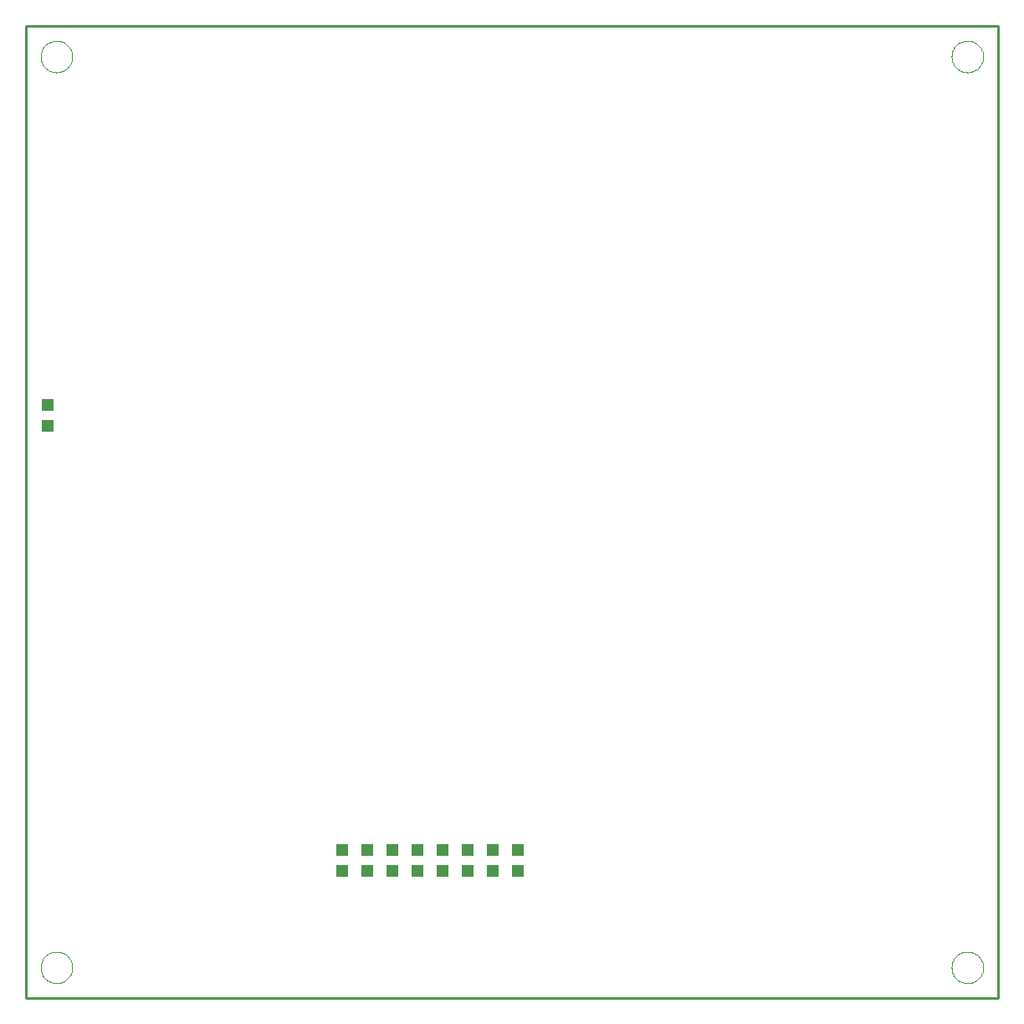
<source format=gtp>
G75*
G70*
%OFA0B0*%
%FSLAX24Y24*%
%IPPOS*%
%LPD*%
%AMOC8*
5,1,8,0,0,1.08239X$1,22.5*
%
%ADD10C,0.0100*%
%ADD11C,0.0000*%
%ADD12R,0.0472X0.0472*%
D10*
X002638Y000643D02*
X002638Y039398D01*
X041393Y039398D01*
X041393Y000643D01*
X002638Y000643D01*
D11*
X003238Y001874D02*
X003240Y001924D01*
X003246Y001974D01*
X003256Y002023D01*
X003270Y002071D01*
X003287Y002118D01*
X003308Y002163D01*
X003333Y002207D01*
X003361Y002248D01*
X003393Y002287D01*
X003427Y002324D01*
X003464Y002358D01*
X003504Y002388D01*
X003546Y002415D01*
X003590Y002439D01*
X003636Y002460D01*
X003683Y002476D01*
X003731Y002489D01*
X003781Y002498D01*
X003830Y002503D01*
X003881Y002504D01*
X003931Y002501D01*
X003980Y002494D01*
X004029Y002483D01*
X004077Y002468D01*
X004123Y002450D01*
X004168Y002428D01*
X004211Y002402D01*
X004252Y002373D01*
X004291Y002341D01*
X004327Y002306D01*
X004359Y002268D01*
X004389Y002228D01*
X004416Y002185D01*
X004439Y002141D01*
X004458Y002095D01*
X004474Y002047D01*
X004486Y001998D01*
X004494Y001949D01*
X004498Y001899D01*
X004498Y001849D01*
X004494Y001799D01*
X004486Y001750D01*
X004474Y001701D01*
X004458Y001653D01*
X004439Y001607D01*
X004416Y001563D01*
X004389Y001520D01*
X004359Y001480D01*
X004327Y001442D01*
X004291Y001407D01*
X004252Y001375D01*
X004211Y001346D01*
X004168Y001320D01*
X004123Y001298D01*
X004077Y001280D01*
X004029Y001265D01*
X003980Y001254D01*
X003931Y001247D01*
X003881Y001244D01*
X003830Y001245D01*
X003781Y001250D01*
X003731Y001259D01*
X003683Y001272D01*
X003636Y001288D01*
X003590Y001309D01*
X003546Y001333D01*
X003504Y001360D01*
X003464Y001390D01*
X003427Y001424D01*
X003393Y001461D01*
X003361Y001500D01*
X003333Y001541D01*
X003308Y001585D01*
X003287Y001630D01*
X003270Y001677D01*
X003256Y001725D01*
X003246Y001774D01*
X003240Y001824D01*
X003238Y001874D01*
X003238Y038168D02*
X003240Y038218D01*
X003246Y038268D01*
X003256Y038317D01*
X003270Y038365D01*
X003287Y038412D01*
X003308Y038457D01*
X003333Y038501D01*
X003361Y038542D01*
X003393Y038581D01*
X003427Y038618D01*
X003464Y038652D01*
X003504Y038682D01*
X003546Y038709D01*
X003590Y038733D01*
X003636Y038754D01*
X003683Y038770D01*
X003731Y038783D01*
X003781Y038792D01*
X003830Y038797D01*
X003881Y038798D01*
X003931Y038795D01*
X003980Y038788D01*
X004029Y038777D01*
X004077Y038762D01*
X004123Y038744D01*
X004168Y038722D01*
X004211Y038696D01*
X004252Y038667D01*
X004291Y038635D01*
X004327Y038600D01*
X004359Y038562D01*
X004389Y038522D01*
X004416Y038479D01*
X004439Y038435D01*
X004458Y038389D01*
X004474Y038341D01*
X004486Y038292D01*
X004494Y038243D01*
X004498Y038193D01*
X004498Y038143D01*
X004494Y038093D01*
X004486Y038044D01*
X004474Y037995D01*
X004458Y037947D01*
X004439Y037901D01*
X004416Y037857D01*
X004389Y037814D01*
X004359Y037774D01*
X004327Y037736D01*
X004291Y037701D01*
X004252Y037669D01*
X004211Y037640D01*
X004168Y037614D01*
X004123Y037592D01*
X004077Y037574D01*
X004029Y037559D01*
X003980Y037548D01*
X003931Y037541D01*
X003881Y037538D01*
X003830Y037539D01*
X003781Y037544D01*
X003731Y037553D01*
X003683Y037566D01*
X003636Y037582D01*
X003590Y037603D01*
X003546Y037627D01*
X003504Y037654D01*
X003464Y037684D01*
X003427Y037718D01*
X003393Y037755D01*
X003361Y037794D01*
X003333Y037835D01*
X003308Y037879D01*
X003287Y037924D01*
X003270Y037971D01*
X003256Y038019D01*
X003246Y038068D01*
X003240Y038118D01*
X003238Y038168D01*
X039532Y038168D02*
X039534Y038218D01*
X039540Y038268D01*
X039550Y038317D01*
X039564Y038365D01*
X039581Y038412D01*
X039602Y038457D01*
X039627Y038501D01*
X039655Y038542D01*
X039687Y038581D01*
X039721Y038618D01*
X039758Y038652D01*
X039798Y038682D01*
X039840Y038709D01*
X039884Y038733D01*
X039930Y038754D01*
X039977Y038770D01*
X040025Y038783D01*
X040075Y038792D01*
X040124Y038797D01*
X040175Y038798D01*
X040225Y038795D01*
X040274Y038788D01*
X040323Y038777D01*
X040371Y038762D01*
X040417Y038744D01*
X040462Y038722D01*
X040505Y038696D01*
X040546Y038667D01*
X040585Y038635D01*
X040621Y038600D01*
X040653Y038562D01*
X040683Y038522D01*
X040710Y038479D01*
X040733Y038435D01*
X040752Y038389D01*
X040768Y038341D01*
X040780Y038292D01*
X040788Y038243D01*
X040792Y038193D01*
X040792Y038143D01*
X040788Y038093D01*
X040780Y038044D01*
X040768Y037995D01*
X040752Y037947D01*
X040733Y037901D01*
X040710Y037857D01*
X040683Y037814D01*
X040653Y037774D01*
X040621Y037736D01*
X040585Y037701D01*
X040546Y037669D01*
X040505Y037640D01*
X040462Y037614D01*
X040417Y037592D01*
X040371Y037574D01*
X040323Y037559D01*
X040274Y037548D01*
X040225Y037541D01*
X040175Y037538D01*
X040124Y037539D01*
X040075Y037544D01*
X040025Y037553D01*
X039977Y037566D01*
X039930Y037582D01*
X039884Y037603D01*
X039840Y037627D01*
X039798Y037654D01*
X039758Y037684D01*
X039721Y037718D01*
X039687Y037755D01*
X039655Y037794D01*
X039627Y037835D01*
X039602Y037879D01*
X039581Y037924D01*
X039564Y037971D01*
X039550Y038019D01*
X039540Y038068D01*
X039534Y038118D01*
X039532Y038168D01*
X039532Y001874D02*
X039534Y001924D01*
X039540Y001974D01*
X039550Y002023D01*
X039564Y002071D01*
X039581Y002118D01*
X039602Y002163D01*
X039627Y002207D01*
X039655Y002248D01*
X039687Y002287D01*
X039721Y002324D01*
X039758Y002358D01*
X039798Y002388D01*
X039840Y002415D01*
X039884Y002439D01*
X039930Y002460D01*
X039977Y002476D01*
X040025Y002489D01*
X040075Y002498D01*
X040124Y002503D01*
X040175Y002504D01*
X040225Y002501D01*
X040274Y002494D01*
X040323Y002483D01*
X040371Y002468D01*
X040417Y002450D01*
X040462Y002428D01*
X040505Y002402D01*
X040546Y002373D01*
X040585Y002341D01*
X040621Y002306D01*
X040653Y002268D01*
X040683Y002228D01*
X040710Y002185D01*
X040733Y002141D01*
X040752Y002095D01*
X040768Y002047D01*
X040780Y001998D01*
X040788Y001949D01*
X040792Y001899D01*
X040792Y001849D01*
X040788Y001799D01*
X040780Y001750D01*
X040768Y001701D01*
X040752Y001653D01*
X040733Y001607D01*
X040710Y001563D01*
X040683Y001520D01*
X040653Y001480D01*
X040621Y001442D01*
X040585Y001407D01*
X040546Y001375D01*
X040505Y001346D01*
X040462Y001320D01*
X040417Y001298D01*
X040371Y001280D01*
X040323Y001265D01*
X040274Y001254D01*
X040225Y001247D01*
X040175Y001244D01*
X040124Y001245D01*
X040075Y001250D01*
X040025Y001259D01*
X039977Y001272D01*
X039930Y001288D01*
X039884Y001309D01*
X039840Y001333D01*
X039798Y001360D01*
X039758Y001390D01*
X039721Y001424D01*
X039687Y001461D01*
X039655Y001500D01*
X039627Y001541D01*
X039602Y001585D01*
X039581Y001630D01*
X039564Y001677D01*
X039550Y001725D01*
X039540Y001774D01*
X039534Y001824D01*
X039532Y001874D01*
D12*
X022250Y005713D03*
X022250Y006540D03*
X021250Y006540D03*
X021250Y005713D03*
X020250Y005713D03*
X020250Y006540D03*
X019250Y006540D03*
X019250Y005713D03*
X018250Y005713D03*
X018250Y006540D03*
X017250Y006540D03*
X017250Y005713D03*
X016250Y005713D03*
X016250Y006540D03*
X015250Y006540D03*
X015250Y005713D03*
X003500Y023463D03*
X003500Y024290D03*
M02*

</source>
